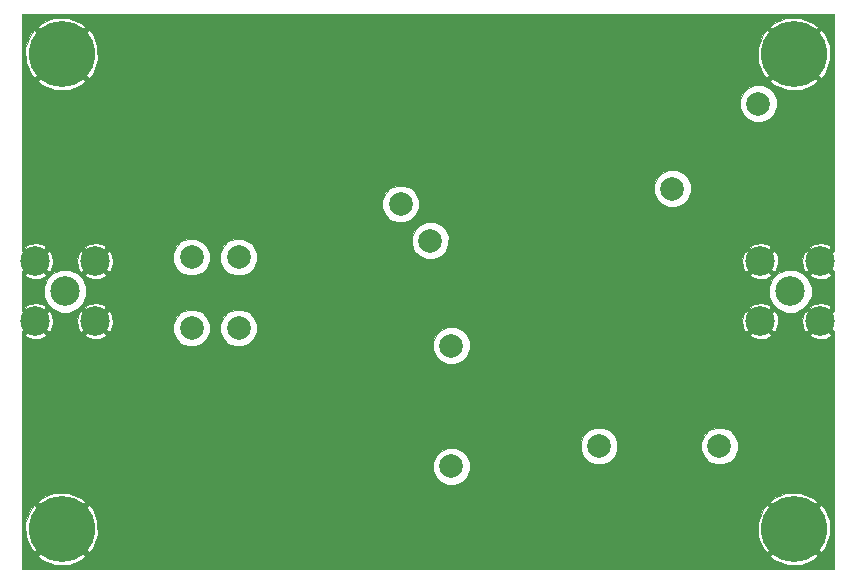
<source format=gtl>
G04 #@! TF.FileFunction,Copper,L1,Top,Plane*
%FSLAX46Y46*%
G04 Gerber Fmt 4.6, Leading zero omitted, Abs format (unit mm)*
G04 Created by KiCad (PCBNEW 4.0.7-e2-6376~61~ubuntu18.04.1) date Thu Feb 13 11:23:38 2020*
%MOMM*%
%LPD*%
G01*
G04 APERTURE LIST*
%ADD10C,0.100000*%
%ADD11C,2.000000*%
%ADD12C,2.500000*%
%ADD13C,5.600000*%
%ADD14C,1.500000*%
%ADD15C,1.000000*%
G04 APERTURE END LIST*
D10*
D11*
X97000000Y-115500000D03*
X97000000Y-125700000D03*
X79000000Y-108000000D03*
X75000000Y-108000000D03*
D12*
X61760000Y-113440000D03*
X61760000Y-108360000D03*
X66840000Y-108360000D03*
X66840000Y-113440000D03*
X64300000Y-110900000D03*
X123160000Y-113440000D03*
X123160000Y-108360000D03*
X128240000Y-108360000D03*
X128240000Y-113440000D03*
X125700000Y-110900000D03*
D11*
X79000000Y-114000000D03*
X75000000Y-114000000D03*
X95200000Y-106600000D03*
X92700000Y-103500000D03*
X109500000Y-124000000D03*
X119700000Y-124000000D03*
X115699999Y-102200000D03*
X123000001Y-94999999D03*
D13*
X64000000Y-131000000D03*
X126000000Y-131000000D03*
X126000000Y-90800000D03*
X64000000Y-90800000D03*
D14*
X72400000Y-89300000D03*
X117500000Y-89300000D03*
X112500000Y-89300000D03*
X107500000Y-89300000D03*
X102500000Y-89300000D03*
X97500000Y-89300000D03*
X92500000Y-89300000D03*
X87500000Y-89300000D03*
X82500000Y-89300000D03*
X77500000Y-89300000D03*
X72500000Y-132500000D03*
X117500000Y-132500000D03*
X112500000Y-132500000D03*
X107500000Y-132500000D03*
X102500000Y-132500000D03*
X97500000Y-132500000D03*
X92500000Y-132500000D03*
X87500000Y-132500000D03*
X82500000Y-132500000D03*
X77500000Y-132500000D03*
D15*
X107500000Y-89300000D02*
X112500000Y-89300000D01*
X97500000Y-89300000D02*
X102500000Y-89300000D01*
X87500000Y-89300000D02*
X92500000Y-89300000D01*
X77500000Y-89300000D02*
X82500000Y-89300000D01*
X107500000Y-132500000D02*
X112500000Y-132500000D01*
X97500000Y-132500000D02*
X102500000Y-132500000D01*
X87500000Y-132500000D02*
X92500000Y-132500000D01*
X77500000Y-132500000D02*
X82500000Y-132500000D01*
D10*
G36*
X129367000Y-107521499D02*
X128528500Y-108360000D01*
X129367000Y-109198501D01*
X129367000Y-112601499D01*
X128528500Y-113440000D01*
X129367000Y-114278501D01*
X129367000Y-134367000D01*
X60633000Y-134367000D01*
X60633000Y-133294149D01*
X61994350Y-133294149D01*
X62341109Y-133630333D01*
X63473969Y-134064940D01*
X64686913Y-134032939D01*
X65658891Y-133630333D01*
X66005650Y-133294149D01*
X123994350Y-133294149D01*
X124341109Y-133630333D01*
X125473969Y-134064940D01*
X126686913Y-134032939D01*
X127658891Y-133630333D01*
X128005650Y-133294149D01*
X126000000Y-131288500D01*
X123994350Y-133294149D01*
X66005650Y-133294149D01*
X64000000Y-131288500D01*
X61994350Y-133294149D01*
X60633000Y-133294149D01*
X60633000Y-130473969D01*
X60935060Y-130473969D01*
X60967061Y-131686913D01*
X61369667Y-132658891D01*
X61705851Y-133005650D01*
X63711500Y-131000000D01*
X64288500Y-131000000D01*
X66294149Y-133005650D01*
X66630333Y-132658891D01*
X67064940Y-131526031D01*
X67037184Y-130473969D01*
X122935060Y-130473969D01*
X122967061Y-131686913D01*
X123369667Y-132658891D01*
X123705851Y-133005650D01*
X125711500Y-131000000D01*
X126288500Y-131000000D01*
X128294149Y-133005650D01*
X128630333Y-132658891D01*
X129064940Y-131526031D01*
X129032939Y-130313087D01*
X128630333Y-129341109D01*
X128294149Y-128994350D01*
X126288500Y-131000000D01*
X125711500Y-131000000D01*
X123705851Y-128994350D01*
X123369667Y-129341109D01*
X122935060Y-130473969D01*
X67037184Y-130473969D01*
X67032939Y-130313087D01*
X66630333Y-129341109D01*
X66294149Y-128994350D01*
X64288500Y-131000000D01*
X63711500Y-131000000D01*
X61705851Y-128994350D01*
X61369667Y-129341109D01*
X60935060Y-130473969D01*
X60633000Y-130473969D01*
X60633000Y-128705851D01*
X61994350Y-128705851D01*
X64000000Y-130711500D01*
X66005650Y-128705851D01*
X123994350Y-128705851D01*
X126000000Y-130711500D01*
X128005650Y-128705851D01*
X127658891Y-128369667D01*
X126526031Y-127935060D01*
X125313087Y-127967061D01*
X124341109Y-128369667D01*
X123994350Y-128705851D01*
X66005650Y-128705851D01*
X65658891Y-128369667D01*
X64526031Y-127935060D01*
X63313087Y-127967061D01*
X62341109Y-128369667D01*
X61994350Y-128705851D01*
X60633000Y-128705851D01*
X60633000Y-126008546D01*
X95441730Y-126008546D01*
X95678422Y-126581383D01*
X96116312Y-127020038D01*
X96688735Y-127257729D01*
X97308546Y-127258270D01*
X97881383Y-127021578D01*
X98320038Y-126583688D01*
X98557729Y-126011265D01*
X98558270Y-125391454D01*
X98321578Y-124818617D01*
X97883688Y-124379962D01*
X97711700Y-124308546D01*
X107941730Y-124308546D01*
X108178422Y-124881383D01*
X108616312Y-125320038D01*
X109188735Y-125557729D01*
X109808546Y-125558270D01*
X110381383Y-125321578D01*
X110820038Y-124883688D01*
X111057729Y-124311265D01*
X111057731Y-124308546D01*
X118141730Y-124308546D01*
X118378422Y-124881383D01*
X118816312Y-125320038D01*
X119388735Y-125557729D01*
X120008546Y-125558270D01*
X120581383Y-125321578D01*
X121020038Y-124883688D01*
X121257729Y-124311265D01*
X121258270Y-123691454D01*
X121021578Y-123118617D01*
X120583688Y-122679962D01*
X120011265Y-122442271D01*
X119391454Y-122441730D01*
X118818617Y-122678422D01*
X118379962Y-123116312D01*
X118142271Y-123688735D01*
X118141730Y-124308546D01*
X111057731Y-124308546D01*
X111058270Y-123691454D01*
X110821578Y-123118617D01*
X110383688Y-122679962D01*
X109811265Y-122442271D01*
X109191454Y-122441730D01*
X108618617Y-122678422D01*
X108179962Y-123116312D01*
X107942271Y-123688735D01*
X107941730Y-124308546D01*
X97711700Y-124308546D01*
X97311265Y-124142271D01*
X96691454Y-124141730D01*
X96118617Y-124378422D01*
X95679962Y-124816312D01*
X95442271Y-125388735D01*
X95441730Y-126008546D01*
X60633000Y-126008546D01*
X60633000Y-115808546D01*
X95441730Y-115808546D01*
X95678422Y-116381383D01*
X96116312Y-116820038D01*
X96688735Y-117057729D01*
X97308546Y-117058270D01*
X97881383Y-116821578D01*
X98320038Y-116383688D01*
X98557729Y-115811265D01*
X98558270Y-115191454D01*
X98321578Y-114618617D01*
X98314390Y-114611416D01*
X122277083Y-114611416D01*
X122434122Y-114786151D01*
X123004526Y-114961463D01*
X123598599Y-114905146D01*
X123885878Y-114786151D01*
X124042917Y-114611416D01*
X127357083Y-114611416D01*
X127514122Y-114786151D01*
X128084526Y-114961463D01*
X128678599Y-114905146D01*
X128965878Y-114786151D01*
X129122917Y-114611416D01*
X128240000Y-113728500D01*
X127357083Y-114611416D01*
X124042917Y-114611416D01*
X123160000Y-113728500D01*
X122277083Y-114611416D01*
X98314390Y-114611416D01*
X97883688Y-114179962D01*
X97311265Y-113942271D01*
X96691454Y-113941730D01*
X96118617Y-114178422D01*
X95679962Y-114616312D01*
X95442271Y-115188735D01*
X95441730Y-115808546D01*
X60633000Y-115808546D01*
X60633000Y-114611416D01*
X60877083Y-114611416D01*
X61034122Y-114786151D01*
X61604526Y-114961463D01*
X62198599Y-114905146D01*
X62485878Y-114786151D01*
X62642917Y-114611416D01*
X65957083Y-114611416D01*
X66114122Y-114786151D01*
X66684526Y-114961463D01*
X67278599Y-114905146D01*
X67565878Y-114786151D01*
X67722917Y-114611416D01*
X66840000Y-113728500D01*
X65957083Y-114611416D01*
X62642917Y-114611416D01*
X61760000Y-113728500D01*
X60877083Y-114611416D01*
X60633000Y-114611416D01*
X60633000Y-114278501D01*
X61471500Y-113440000D01*
X62048500Y-113440000D01*
X62931416Y-114322917D01*
X63106151Y-114165878D01*
X63281463Y-113595474D01*
X63251986Y-113284526D01*
X65318537Y-113284526D01*
X65374854Y-113878599D01*
X65493849Y-114165878D01*
X65668584Y-114322917D01*
X66551500Y-113440000D01*
X67128500Y-113440000D01*
X68011416Y-114322917D01*
X68027406Y-114308546D01*
X73441730Y-114308546D01*
X73678422Y-114881383D01*
X74116312Y-115320038D01*
X74688735Y-115557729D01*
X75308546Y-115558270D01*
X75881383Y-115321578D01*
X76320038Y-114883688D01*
X76557729Y-114311265D01*
X76557731Y-114308546D01*
X77441730Y-114308546D01*
X77678422Y-114881383D01*
X78116312Y-115320038D01*
X78688735Y-115557729D01*
X79308546Y-115558270D01*
X79881383Y-115321578D01*
X80320038Y-114883688D01*
X80557729Y-114311265D01*
X80558270Y-113691454D01*
X80390131Y-113284526D01*
X121638537Y-113284526D01*
X121694854Y-113878599D01*
X121813849Y-114165878D01*
X121988584Y-114322917D01*
X122871500Y-113440000D01*
X123448500Y-113440000D01*
X124331416Y-114322917D01*
X124506151Y-114165878D01*
X124681463Y-113595474D01*
X124651986Y-113284526D01*
X126718537Y-113284526D01*
X126774854Y-113878599D01*
X126893849Y-114165878D01*
X127068584Y-114322917D01*
X127951500Y-113440000D01*
X127068584Y-112557083D01*
X126893849Y-112714122D01*
X126718537Y-113284526D01*
X124651986Y-113284526D01*
X124625146Y-113001401D01*
X124506151Y-112714122D01*
X124331416Y-112557083D01*
X123448500Y-113440000D01*
X122871500Y-113440000D01*
X121988584Y-112557083D01*
X121813849Y-112714122D01*
X121638537Y-113284526D01*
X80390131Y-113284526D01*
X80321578Y-113118617D01*
X79883688Y-112679962D01*
X79311265Y-112442271D01*
X78691454Y-112441730D01*
X78118617Y-112678422D01*
X77679962Y-113116312D01*
X77442271Y-113688735D01*
X77441730Y-114308546D01*
X76557731Y-114308546D01*
X76558270Y-113691454D01*
X76321578Y-113118617D01*
X75883688Y-112679962D01*
X75311265Y-112442271D01*
X74691454Y-112441730D01*
X74118617Y-112678422D01*
X73679962Y-113116312D01*
X73442271Y-113688735D01*
X73441730Y-114308546D01*
X68027406Y-114308546D01*
X68186151Y-114165878D01*
X68361463Y-113595474D01*
X68305146Y-113001401D01*
X68186151Y-112714122D01*
X68011416Y-112557083D01*
X67128500Y-113440000D01*
X66551500Y-113440000D01*
X65668584Y-112557083D01*
X65493849Y-112714122D01*
X65318537Y-113284526D01*
X63251986Y-113284526D01*
X63225146Y-113001401D01*
X63106151Y-112714122D01*
X62931416Y-112557083D01*
X62048500Y-113440000D01*
X61471500Y-113440000D01*
X60633000Y-112601499D01*
X60633000Y-112268584D01*
X60877083Y-112268584D01*
X61760000Y-113151500D01*
X62642917Y-112268584D01*
X62485878Y-112093849D01*
X61915474Y-111918537D01*
X61321401Y-111974854D01*
X61034122Y-112093849D01*
X60877083Y-112268584D01*
X60633000Y-112268584D01*
X60633000Y-111258056D01*
X62491687Y-111258056D01*
X62766358Y-111922812D01*
X63274513Y-112431854D01*
X63938789Y-112707686D01*
X64658056Y-112708313D01*
X65322812Y-112433642D01*
X65488158Y-112268584D01*
X65957083Y-112268584D01*
X66840000Y-113151500D01*
X67722917Y-112268584D01*
X122277083Y-112268584D01*
X123160000Y-113151500D01*
X124042917Y-112268584D01*
X123885878Y-112093849D01*
X123315474Y-111918537D01*
X122721401Y-111974854D01*
X122434122Y-112093849D01*
X122277083Y-112268584D01*
X67722917Y-112268584D01*
X67565878Y-112093849D01*
X66995474Y-111918537D01*
X66401401Y-111974854D01*
X66114122Y-112093849D01*
X65957083Y-112268584D01*
X65488158Y-112268584D01*
X65831854Y-111925487D01*
X66107686Y-111261211D01*
X66107688Y-111258056D01*
X123891687Y-111258056D01*
X124166358Y-111922812D01*
X124674513Y-112431854D01*
X125338789Y-112707686D01*
X126058056Y-112708313D01*
X126722812Y-112433642D01*
X126888158Y-112268584D01*
X127357083Y-112268584D01*
X128240000Y-113151500D01*
X129122917Y-112268584D01*
X128965878Y-112093849D01*
X128395474Y-111918537D01*
X127801401Y-111974854D01*
X127514122Y-112093849D01*
X127357083Y-112268584D01*
X126888158Y-112268584D01*
X127231854Y-111925487D01*
X127507686Y-111261211D01*
X127508313Y-110541944D01*
X127233642Y-109877188D01*
X126888473Y-109531416D01*
X127357083Y-109531416D01*
X127514122Y-109706151D01*
X128084526Y-109881463D01*
X128678599Y-109825146D01*
X128965878Y-109706151D01*
X129122917Y-109531416D01*
X128240000Y-108648500D01*
X127357083Y-109531416D01*
X126888473Y-109531416D01*
X126725487Y-109368146D01*
X126061211Y-109092314D01*
X125341944Y-109091687D01*
X124677188Y-109366358D01*
X124168146Y-109874513D01*
X123892314Y-110538789D01*
X123891687Y-111258056D01*
X66107688Y-111258056D01*
X66108313Y-110541944D01*
X65833642Y-109877188D01*
X65488473Y-109531416D01*
X65957083Y-109531416D01*
X66114122Y-109706151D01*
X66684526Y-109881463D01*
X67278599Y-109825146D01*
X67565878Y-109706151D01*
X67722917Y-109531416D01*
X66840000Y-108648500D01*
X65957083Y-109531416D01*
X65488473Y-109531416D01*
X65325487Y-109368146D01*
X64661211Y-109092314D01*
X63941944Y-109091687D01*
X63277188Y-109366358D01*
X62768146Y-109874513D01*
X62492314Y-110538789D01*
X62491687Y-111258056D01*
X60633000Y-111258056D01*
X60633000Y-109531416D01*
X60877083Y-109531416D01*
X61034122Y-109706151D01*
X61604526Y-109881463D01*
X62198599Y-109825146D01*
X62485878Y-109706151D01*
X62642917Y-109531416D01*
X61760000Y-108648500D01*
X60877083Y-109531416D01*
X60633000Y-109531416D01*
X60633000Y-109198501D01*
X61471500Y-108360000D01*
X62048500Y-108360000D01*
X62931416Y-109242917D01*
X63106151Y-109085878D01*
X63281463Y-108515474D01*
X63251986Y-108204526D01*
X65318537Y-108204526D01*
X65374854Y-108798599D01*
X65493849Y-109085878D01*
X65668584Y-109242917D01*
X66551500Y-108360000D01*
X67128500Y-108360000D01*
X68011416Y-109242917D01*
X68186151Y-109085878D01*
X68361463Y-108515474D01*
X68341847Y-108308546D01*
X73441730Y-108308546D01*
X73678422Y-108881383D01*
X74116312Y-109320038D01*
X74688735Y-109557729D01*
X75308546Y-109558270D01*
X75881383Y-109321578D01*
X76320038Y-108883688D01*
X76557729Y-108311265D01*
X76557731Y-108308546D01*
X77441730Y-108308546D01*
X77678422Y-108881383D01*
X78116312Y-109320038D01*
X78688735Y-109557729D01*
X79308546Y-109558270D01*
X79373537Y-109531416D01*
X122277083Y-109531416D01*
X122434122Y-109706151D01*
X123004526Y-109881463D01*
X123598599Y-109825146D01*
X123885878Y-109706151D01*
X124042917Y-109531416D01*
X123160000Y-108648500D01*
X122277083Y-109531416D01*
X79373537Y-109531416D01*
X79881383Y-109321578D01*
X80320038Y-108883688D01*
X80557729Y-108311265D01*
X80557822Y-108204526D01*
X121638537Y-108204526D01*
X121694854Y-108798599D01*
X121813849Y-109085878D01*
X121988584Y-109242917D01*
X122871500Y-108360000D01*
X123448500Y-108360000D01*
X124331416Y-109242917D01*
X124506151Y-109085878D01*
X124681463Y-108515474D01*
X124651986Y-108204526D01*
X126718537Y-108204526D01*
X126774854Y-108798599D01*
X126893849Y-109085878D01*
X127068584Y-109242917D01*
X127951500Y-108360000D01*
X127068584Y-107477083D01*
X126893849Y-107634122D01*
X126718537Y-108204526D01*
X124651986Y-108204526D01*
X124625146Y-107921401D01*
X124506151Y-107634122D01*
X124331416Y-107477083D01*
X123448500Y-108360000D01*
X122871500Y-108360000D01*
X121988584Y-107477083D01*
X121813849Y-107634122D01*
X121638537Y-108204526D01*
X80557822Y-108204526D01*
X80558270Y-107691454D01*
X80321578Y-107118617D01*
X80111874Y-106908546D01*
X93641730Y-106908546D01*
X93878422Y-107481383D01*
X94316312Y-107920038D01*
X94888735Y-108157729D01*
X95508546Y-108158270D01*
X96081383Y-107921578D01*
X96520038Y-107483688D01*
X96642575Y-107188584D01*
X122277083Y-107188584D01*
X123160000Y-108071500D01*
X124042917Y-107188584D01*
X127357083Y-107188584D01*
X128240000Y-108071500D01*
X129122917Y-107188584D01*
X128965878Y-107013849D01*
X128395474Y-106838537D01*
X127801401Y-106894854D01*
X127514122Y-107013849D01*
X127357083Y-107188584D01*
X124042917Y-107188584D01*
X123885878Y-107013849D01*
X123315474Y-106838537D01*
X122721401Y-106894854D01*
X122434122Y-107013849D01*
X122277083Y-107188584D01*
X96642575Y-107188584D01*
X96757729Y-106911265D01*
X96758270Y-106291454D01*
X96521578Y-105718617D01*
X96083688Y-105279962D01*
X95511265Y-105042271D01*
X94891454Y-105041730D01*
X94318617Y-105278422D01*
X93879962Y-105716312D01*
X93642271Y-106288735D01*
X93641730Y-106908546D01*
X80111874Y-106908546D01*
X79883688Y-106679962D01*
X79311265Y-106442271D01*
X78691454Y-106441730D01*
X78118617Y-106678422D01*
X77679962Y-107116312D01*
X77442271Y-107688735D01*
X77441730Y-108308546D01*
X76557731Y-108308546D01*
X76558270Y-107691454D01*
X76321578Y-107118617D01*
X75883688Y-106679962D01*
X75311265Y-106442271D01*
X74691454Y-106441730D01*
X74118617Y-106678422D01*
X73679962Y-107116312D01*
X73442271Y-107688735D01*
X73441730Y-108308546D01*
X68341847Y-108308546D01*
X68305146Y-107921401D01*
X68186151Y-107634122D01*
X68011416Y-107477083D01*
X67128500Y-108360000D01*
X66551500Y-108360000D01*
X65668584Y-107477083D01*
X65493849Y-107634122D01*
X65318537Y-108204526D01*
X63251986Y-108204526D01*
X63225146Y-107921401D01*
X63106151Y-107634122D01*
X62931416Y-107477083D01*
X62048500Y-108360000D01*
X61471500Y-108360000D01*
X60633000Y-107521499D01*
X60633000Y-107188584D01*
X60877083Y-107188584D01*
X61760000Y-108071500D01*
X62642917Y-107188584D01*
X65957083Y-107188584D01*
X66840000Y-108071500D01*
X67722917Y-107188584D01*
X67565878Y-107013849D01*
X66995474Y-106838537D01*
X66401401Y-106894854D01*
X66114122Y-107013849D01*
X65957083Y-107188584D01*
X62642917Y-107188584D01*
X62485878Y-107013849D01*
X61915474Y-106838537D01*
X61321401Y-106894854D01*
X61034122Y-107013849D01*
X60877083Y-107188584D01*
X60633000Y-107188584D01*
X60633000Y-103808546D01*
X91141730Y-103808546D01*
X91378422Y-104381383D01*
X91816312Y-104820038D01*
X92388735Y-105057729D01*
X93008546Y-105058270D01*
X93581383Y-104821578D01*
X94020038Y-104383688D01*
X94257729Y-103811265D01*
X94258270Y-103191454D01*
X94021578Y-102618617D01*
X93911699Y-102508546D01*
X114141729Y-102508546D01*
X114378421Y-103081383D01*
X114816311Y-103520038D01*
X115388734Y-103757729D01*
X116008545Y-103758270D01*
X116581382Y-103521578D01*
X117020037Y-103083688D01*
X117257728Y-102511265D01*
X117258269Y-101891454D01*
X117021577Y-101318617D01*
X116583687Y-100879962D01*
X116011264Y-100642271D01*
X115391453Y-100641730D01*
X114818616Y-100878422D01*
X114379961Y-101316312D01*
X114142270Y-101888735D01*
X114141729Y-102508546D01*
X93911699Y-102508546D01*
X93583688Y-102179962D01*
X93011265Y-101942271D01*
X92391454Y-101941730D01*
X91818617Y-102178422D01*
X91379962Y-102616312D01*
X91142271Y-103188735D01*
X91141730Y-103808546D01*
X60633000Y-103808546D01*
X60633000Y-95308545D01*
X121441731Y-95308545D01*
X121678423Y-95881382D01*
X122116313Y-96320037D01*
X122688736Y-96557728D01*
X123308547Y-96558269D01*
X123881384Y-96321577D01*
X124320039Y-95883687D01*
X124557730Y-95311264D01*
X124558271Y-94691453D01*
X124321579Y-94118616D01*
X123883689Y-93679961D01*
X123311266Y-93442270D01*
X122691455Y-93441729D01*
X122118618Y-93678421D01*
X121679963Y-94116311D01*
X121442272Y-94688734D01*
X121441731Y-95308545D01*
X60633000Y-95308545D01*
X60633000Y-93094149D01*
X61994350Y-93094149D01*
X62341109Y-93430333D01*
X63473969Y-93864940D01*
X64686913Y-93832939D01*
X65658891Y-93430333D01*
X66005650Y-93094149D01*
X123994350Y-93094149D01*
X124341109Y-93430333D01*
X125473969Y-93864940D01*
X126686913Y-93832939D01*
X127658891Y-93430333D01*
X128005650Y-93094149D01*
X126000000Y-91088500D01*
X123994350Y-93094149D01*
X66005650Y-93094149D01*
X64000000Y-91088500D01*
X61994350Y-93094149D01*
X60633000Y-93094149D01*
X60633000Y-90273969D01*
X60935060Y-90273969D01*
X60967061Y-91486913D01*
X61369667Y-92458891D01*
X61705851Y-92805650D01*
X63711500Y-90800000D01*
X64288500Y-90800000D01*
X66294149Y-92805650D01*
X66630333Y-92458891D01*
X67064940Y-91326031D01*
X67037184Y-90273969D01*
X122935060Y-90273969D01*
X122967061Y-91486913D01*
X123369667Y-92458891D01*
X123705851Y-92805650D01*
X125711500Y-90800000D01*
X126288500Y-90800000D01*
X128294149Y-92805650D01*
X128630333Y-92458891D01*
X129064940Y-91326031D01*
X129032939Y-90113087D01*
X128630333Y-89141109D01*
X128294149Y-88794350D01*
X126288500Y-90800000D01*
X125711500Y-90800000D01*
X123705851Y-88794350D01*
X123369667Y-89141109D01*
X122935060Y-90273969D01*
X67037184Y-90273969D01*
X67032939Y-90113087D01*
X66630333Y-89141109D01*
X66294149Y-88794350D01*
X64288500Y-90800000D01*
X63711500Y-90800000D01*
X61705851Y-88794350D01*
X61369667Y-89141109D01*
X60935060Y-90273969D01*
X60633000Y-90273969D01*
X60633000Y-88505851D01*
X61994350Y-88505851D01*
X64000000Y-90511500D01*
X66005650Y-88505851D01*
X123994350Y-88505851D01*
X126000000Y-90511500D01*
X128005650Y-88505851D01*
X127658891Y-88169667D01*
X126526031Y-87735060D01*
X125313087Y-87767061D01*
X124341109Y-88169667D01*
X123994350Y-88505851D01*
X66005650Y-88505851D01*
X65658891Y-88169667D01*
X64526031Y-87735060D01*
X63313087Y-87767061D01*
X62341109Y-88169667D01*
X61994350Y-88505851D01*
X60633000Y-88505851D01*
X60633000Y-87433000D01*
X129367000Y-87433000D01*
X129367000Y-107521499D01*
X129367000Y-107521499D01*
G37*
X129367000Y-107521499D02*
X128528500Y-108360000D01*
X129367000Y-109198501D01*
X129367000Y-112601499D01*
X128528500Y-113440000D01*
X129367000Y-114278501D01*
X129367000Y-134367000D01*
X60633000Y-134367000D01*
X60633000Y-133294149D01*
X61994350Y-133294149D01*
X62341109Y-133630333D01*
X63473969Y-134064940D01*
X64686913Y-134032939D01*
X65658891Y-133630333D01*
X66005650Y-133294149D01*
X123994350Y-133294149D01*
X124341109Y-133630333D01*
X125473969Y-134064940D01*
X126686913Y-134032939D01*
X127658891Y-133630333D01*
X128005650Y-133294149D01*
X126000000Y-131288500D01*
X123994350Y-133294149D01*
X66005650Y-133294149D01*
X64000000Y-131288500D01*
X61994350Y-133294149D01*
X60633000Y-133294149D01*
X60633000Y-130473969D01*
X60935060Y-130473969D01*
X60967061Y-131686913D01*
X61369667Y-132658891D01*
X61705851Y-133005650D01*
X63711500Y-131000000D01*
X64288500Y-131000000D01*
X66294149Y-133005650D01*
X66630333Y-132658891D01*
X67064940Y-131526031D01*
X67037184Y-130473969D01*
X122935060Y-130473969D01*
X122967061Y-131686913D01*
X123369667Y-132658891D01*
X123705851Y-133005650D01*
X125711500Y-131000000D01*
X126288500Y-131000000D01*
X128294149Y-133005650D01*
X128630333Y-132658891D01*
X129064940Y-131526031D01*
X129032939Y-130313087D01*
X128630333Y-129341109D01*
X128294149Y-128994350D01*
X126288500Y-131000000D01*
X125711500Y-131000000D01*
X123705851Y-128994350D01*
X123369667Y-129341109D01*
X122935060Y-130473969D01*
X67037184Y-130473969D01*
X67032939Y-130313087D01*
X66630333Y-129341109D01*
X66294149Y-128994350D01*
X64288500Y-131000000D01*
X63711500Y-131000000D01*
X61705851Y-128994350D01*
X61369667Y-129341109D01*
X60935060Y-130473969D01*
X60633000Y-130473969D01*
X60633000Y-128705851D01*
X61994350Y-128705851D01*
X64000000Y-130711500D01*
X66005650Y-128705851D01*
X123994350Y-128705851D01*
X126000000Y-130711500D01*
X128005650Y-128705851D01*
X127658891Y-128369667D01*
X126526031Y-127935060D01*
X125313087Y-127967061D01*
X124341109Y-128369667D01*
X123994350Y-128705851D01*
X66005650Y-128705851D01*
X65658891Y-128369667D01*
X64526031Y-127935060D01*
X63313087Y-127967061D01*
X62341109Y-128369667D01*
X61994350Y-128705851D01*
X60633000Y-128705851D01*
X60633000Y-126008546D01*
X95441730Y-126008546D01*
X95678422Y-126581383D01*
X96116312Y-127020038D01*
X96688735Y-127257729D01*
X97308546Y-127258270D01*
X97881383Y-127021578D01*
X98320038Y-126583688D01*
X98557729Y-126011265D01*
X98558270Y-125391454D01*
X98321578Y-124818617D01*
X97883688Y-124379962D01*
X97711700Y-124308546D01*
X107941730Y-124308546D01*
X108178422Y-124881383D01*
X108616312Y-125320038D01*
X109188735Y-125557729D01*
X109808546Y-125558270D01*
X110381383Y-125321578D01*
X110820038Y-124883688D01*
X111057729Y-124311265D01*
X111057731Y-124308546D01*
X118141730Y-124308546D01*
X118378422Y-124881383D01*
X118816312Y-125320038D01*
X119388735Y-125557729D01*
X120008546Y-125558270D01*
X120581383Y-125321578D01*
X121020038Y-124883688D01*
X121257729Y-124311265D01*
X121258270Y-123691454D01*
X121021578Y-123118617D01*
X120583688Y-122679962D01*
X120011265Y-122442271D01*
X119391454Y-122441730D01*
X118818617Y-122678422D01*
X118379962Y-123116312D01*
X118142271Y-123688735D01*
X118141730Y-124308546D01*
X111057731Y-124308546D01*
X111058270Y-123691454D01*
X110821578Y-123118617D01*
X110383688Y-122679962D01*
X109811265Y-122442271D01*
X109191454Y-122441730D01*
X108618617Y-122678422D01*
X108179962Y-123116312D01*
X107942271Y-123688735D01*
X107941730Y-124308546D01*
X97711700Y-124308546D01*
X97311265Y-124142271D01*
X96691454Y-124141730D01*
X96118617Y-124378422D01*
X95679962Y-124816312D01*
X95442271Y-125388735D01*
X95441730Y-126008546D01*
X60633000Y-126008546D01*
X60633000Y-115808546D01*
X95441730Y-115808546D01*
X95678422Y-116381383D01*
X96116312Y-116820038D01*
X96688735Y-117057729D01*
X97308546Y-117058270D01*
X97881383Y-116821578D01*
X98320038Y-116383688D01*
X98557729Y-115811265D01*
X98558270Y-115191454D01*
X98321578Y-114618617D01*
X98314390Y-114611416D01*
X122277083Y-114611416D01*
X122434122Y-114786151D01*
X123004526Y-114961463D01*
X123598599Y-114905146D01*
X123885878Y-114786151D01*
X124042917Y-114611416D01*
X127357083Y-114611416D01*
X127514122Y-114786151D01*
X128084526Y-114961463D01*
X128678599Y-114905146D01*
X128965878Y-114786151D01*
X129122917Y-114611416D01*
X128240000Y-113728500D01*
X127357083Y-114611416D01*
X124042917Y-114611416D01*
X123160000Y-113728500D01*
X122277083Y-114611416D01*
X98314390Y-114611416D01*
X97883688Y-114179962D01*
X97311265Y-113942271D01*
X96691454Y-113941730D01*
X96118617Y-114178422D01*
X95679962Y-114616312D01*
X95442271Y-115188735D01*
X95441730Y-115808546D01*
X60633000Y-115808546D01*
X60633000Y-114611416D01*
X60877083Y-114611416D01*
X61034122Y-114786151D01*
X61604526Y-114961463D01*
X62198599Y-114905146D01*
X62485878Y-114786151D01*
X62642917Y-114611416D01*
X65957083Y-114611416D01*
X66114122Y-114786151D01*
X66684526Y-114961463D01*
X67278599Y-114905146D01*
X67565878Y-114786151D01*
X67722917Y-114611416D01*
X66840000Y-113728500D01*
X65957083Y-114611416D01*
X62642917Y-114611416D01*
X61760000Y-113728500D01*
X60877083Y-114611416D01*
X60633000Y-114611416D01*
X60633000Y-114278501D01*
X61471500Y-113440000D01*
X62048500Y-113440000D01*
X62931416Y-114322917D01*
X63106151Y-114165878D01*
X63281463Y-113595474D01*
X63251986Y-113284526D01*
X65318537Y-113284526D01*
X65374854Y-113878599D01*
X65493849Y-114165878D01*
X65668584Y-114322917D01*
X66551500Y-113440000D01*
X67128500Y-113440000D01*
X68011416Y-114322917D01*
X68027406Y-114308546D01*
X73441730Y-114308546D01*
X73678422Y-114881383D01*
X74116312Y-115320038D01*
X74688735Y-115557729D01*
X75308546Y-115558270D01*
X75881383Y-115321578D01*
X76320038Y-114883688D01*
X76557729Y-114311265D01*
X76557731Y-114308546D01*
X77441730Y-114308546D01*
X77678422Y-114881383D01*
X78116312Y-115320038D01*
X78688735Y-115557729D01*
X79308546Y-115558270D01*
X79881383Y-115321578D01*
X80320038Y-114883688D01*
X80557729Y-114311265D01*
X80558270Y-113691454D01*
X80390131Y-113284526D01*
X121638537Y-113284526D01*
X121694854Y-113878599D01*
X121813849Y-114165878D01*
X121988584Y-114322917D01*
X122871500Y-113440000D01*
X123448500Y-113440000D01*
X124331416Y-114322917D01*
X124506151Y-114165878D01*
X124681463Y-113595474D01*
X124651986Y-113284526D01*
X126718537Y-113284526D01*
X126774854Y-113878599D01*
X126893849Y-114165878D01*
X127068584Y-114322917D01*
X127951500Y-113440000D01*
X127068584Y-112557083D01*
X126893849Y-112714122D01*
X126718537Y-113284526D01*
X124651986Y-113284526D01*
X124625146Y-113001401D01*
X124506151Y-112714122D01*
X124331416Y-112557083D01*
X123448500Y-113440000D01*
X122871500Y-113440000D01*
X121988584Y-112557083D01*
X121813849Y-112714122D01*
X121638537Y-113284526D01*
X80390131Y-113284526D01*
X80321578Y-113118617D01*
X79883688Y-112679962D01*
X79311265Y-112442271D01*
X78691454Y-112441730D01*
X78118617Y-112678422D01*
X77679962Y-113116312D01*
X77442271Y-113688735D01*
X77441730Y-114308546D01*
X76557731Y-114308546D01*
X76558270Y-113691454D01*
X76321578Y-113118617D01*
X75883688Y-112679962D01*
X75311265Y-112442271D01*
X74691454Y-112441730D01*
X74118617Y-112678422D01*
X73679962Y-113116312D01*
X73442271Y-113688735D01*
X73441730Y-114308546D01*
X68027406Y-114308546D01*
X68186151Y-114165878D01*
X68361463Y-113595474D01*
X68305146Y-113001401D01*
X68186151Y-112714122D01*
X68011416Y-112557083D01*
X67128500Y-113440000D01*
X66551500Y-113440000D01*
X65668584Y-112557083D01*
X65493849Y-112714122D01*
X65318537Y-113284526D01*
X63251986Y-113284526D01*
X63225146Y-113001401D01*
X63106151Y-112714122D01*
X62931416Y-112557083D01*
X62048500Y-113440000D01*
X61471500Y-113440000D01*
X60633000Y-112601499D01*
X60633000Y-112268584D01*
X60877083Y-112268584D01*
X61760000Y-113151500D01*
X62642917Y-112268584D01*
X62485878Y-112093849D01*
X61915474Y-111918537D01*
X61321401Y-111974854D01*
X61034122Y-112093849D01*
X60877083Y-112268584D01*
X60633000Y-112268584D01*
X60633000Y-111258056D01*
X62491687Y-111258056D01*
X62766358Y-111922812D01*
X63274513Y-112431854D01*
X63938789Y-112707686D01*
X64658056Y-112708313D01*
X65322812Y-112433642D01*
X65488158Y-112268584D01*
X65957083Y-112268584D01*
X66840000Y-113151500D01*
X67722917Y-112268584D01*
X122277083Y-112268584D01*
X123160000Y-113151500D01*
X124042917Y-112268584D01*
X123885878Y-112093849D01*
X123315474Y-111918537D01*
X122721401Y-111974854D01*
X122434122Y-112093849D01*
X122277083Y-112268584D01*
X67722917Y-112268584D01*
X67565878Y-112093849D01*
X66995474Y-111918537D01*
X66401401Y-111974854D01*
X66114122Y-112093849D01*
X65957083Y-112268584D01*
X65488158Y-112268584D01*
X65831854Y-111925487D01*
X66107686Y-111261211D01*
X66107688Y-111258056D01*
X123891687Y-111258056D01*
X124166358Y-111922812D01*
X124674513Y-112431854D01*
X125338789Y-112707686D01*
X126058056Y-112708313D01*
X126722812Y-112433642D01*
X126888158Y-112268584D01*
X127357083Y-112268584D01*
X128240000Y-113151500D01*
X129122917Y-112268584D01*
X128965878Y-112093849D01*
X128395474Y-111918537D01*
X127801401Y-111974854D01*
X127514122Y-112093849D01*
X127357083Y-112268584D01*
X126888158Y-112268584D01*
X127231854Y-111925487D01*
X127507686Y-111261211D01*
X127508313Y-110541944D01*
X127233642Y-109877188D01*
X126888473Y-109531416D01*
X127357083Y-109531416D01*
X127514122Y-109706151D01*
X128084526Y-109881463D01*
X128678599Y-109825146D01*
X128965878Y-109706151D01*
X129122917Y-109531416D01*
X128240000Y-108648500D01*
X127357083Y-109531416D01*
X126888473Y-109531416D01*
X126725487Y-109368146D01*
X126061211Y-109092314D01*
X125341944Y-109091687D01*
X124677188Y-109366358D01*
X124168146Y-109874513D01*
X123892314Y-110538789D01*
X123891687Y-111258056D01*
X66107688Y-111258056D01*
X66108313Y-110541944D01*
X65833642Y-109877188D01*
X65488473Y-109531416D01*
X65957083Y-109531416D01*
X66114122Y-109706151D01*
X66684526Y-109881463D01*
X67278599Y-109825146D01*
X67565878Y-109706151D01*
X67722917Y-109531416D01*
X66840000Y-108648500D01*
X65957083Y-109531416D01*
X65488473Y-109531416D01*
X65325487Y-109368146D01*
X64661211Y-109092314D01*
X63941944Y-109091687D01*
X63277188Y-109366358D01*
X62768146Y-109874513D01*
X62492314Y-110538789D01*
X62491687Y-111258056D01*
X60633000Y-111258056D01*
X60633000Y-109531416D01*
X60877083Y-109531416D01*
X61034122Y-109706151D01*
X61604526Y-109881463D01*
X62198599Y-109825146D01*
X62485878Y-109706151D01*
X62642917Y-109531416D01*
X61760000Y-108648500D01*
X60877083Y-109531416D01*
X60633000Y-109531416D01*
X60633000Y-109198501D01*
X61471500Y-108360000D01*
X62048500Y-108360000D01*
X62931416Y-109242917D01*
X63106151Y-109085878D01*
X63281463Y-108515474D01*
X63251986Y-108204526D01*
X65318537Y-108204526D01*
X65374854Y-108798599D01*
X65493849Y-109085878D01*
X65668584Y-109242917D01*
X66551500Y-108360000D01*
X67128500Y-108360000D01*
X68011416Y-109242917D01*
X68186151Y-109085878D01*
X68361463Y-108515474D01*
X68341847Y-108308546D01*
X73441730Y-108308546D01*
X73678422Y-108881383D01*
X74116312Y-109320038D01*
X74688735Y-109557729D01*
X75308546Y-109558270D01*
X75881383Y-109321578D01*
X76320038Y-108883688D01*
X76557729Y-108311265D01*
X76557731Y-108308546D01*
X77441730Y-108308546D01*
X77678422Y-108881383D01*
X78116312Y-109320038D01*
X78688735Y-109557729D01*
X79308546Y-109558270D01*
X79373537Y-109531416D01*
X122277083Y-109531416D01*
X122434122Y-109706151D01*
X123004526Y-109881463D01*
X123598599Y-109825146D01*
X123885878Y-109706151D01*
X124042917Y-109531416D01*
X123160000Y-108648500D01*
X122277083Y-109531416D01*
X79373537Y-109531416D01*
X79881383Y-109321578D01*
X80320038Y-108883688D01*
X80557729Y-108311265D01*
X80557822Y-108204526D01*
X121638537Y-108204526D01*
X121694854Y-108798599D01*
X121813849Y-109085878D01*
X121988584Y-109242917D01*
X122871500Y-108360000D01*
X123448500Y-108360000D01*
X124331416Y-109242917D01*
X124506151Y-109085878D01*
X124681463Y-108515474D01*
X124651986Y-108204526D01*
X126718537Y-108204526D01*
X126774854Y-108798599D01*
X126893849Y-109085878D01*
X127068584Y-109242917D01*
X127951500Y-108360000D01*
X127068584Y-107477083D01*
X126893849Y-107634122D01*
X126718537Y-108204526D01*
X124651986Y-108204526D01*
X124625146Y-107921401D01*
X124506151Y-107634122D01*
X124331416Y-107477083D01*
X123448500Y-108360000D01*
X122871500Y-108360000D01*
X121988584Y-107477083D01*
X121813849Y-107634122D01*
X121638537Y-108204526D01*
X80557822Y-108204526D01*
X80558270Y-107691454D01*
X80321578Y-107118617D01*
X80111874Y-106908546D01*
X93641730Y-106908546D01*
X93878422Y-107481383D01*
X94316312Y-107920038D01*
X94888735Y-108157729D01*
X95508546Y-108158270D01*
X96081383Y-107921578D01*
X96520038Y-107483688D01*
X96642575Y-107188584D01*
X122277083Y-107188584D01*
X123160000Y-108071500D01*
X124042917Y-107188584D01*
X127357083Y-107188584D01*
X128240000Y-108071500D01*
X129122917Y-107188584D01*
X128965878Y-107013849D01*
X128395474Y-106838537D01*
X127801401Y-106894854D01*
X127514122Y-107013849D01*
X127357083Y-107188584D01*
X124042917Y-107188584D01*
X123885878Y-107013849D01*
X123315474Y-106838537D01*
X122721401Y-106894854D01*
X122434122Y-107013849D01*
X122277083Y-107188584D01*
X96642575Y-107188584D01*
X96757729Y-106911265D01*
X96758270Y-106291454D01*
X96521578Y-105718617D01*
X96083688Y-105279962D01*
X95511265Y-105042271D01*
X94891454Y-105041730D01*
X94318617Y-105278422D01*
X93879962Y-105716312D01*
X93642271Y-106288735D01*
X93641730Y-106908546D01*
X80111874Y-106908546D01*
X79883688Y-106679962D01*
X79311265Y-106442271D01*
X78691454Y-106441730D01*
X78118617Y-106678422D01*
X77679962Y-107116312D01*
X77442271Y-107688735D01*
X77441730Y-108308546D01*
X76557731Y-108308546D01*
X76558270Y-107691454D01*
X76321578Y-107118617D01*
X75883688Y-106679962D01*
X75311265Y-106442271D01*
X74691454Y-106441730D01*
X74118617Y-106678422D01*
X73679962Y-107116312D01*
X73442271Y-107688735D01*
X73441730Y-108308546D01*
X68341847Y-108308546D01*
X68305146Y-107921401D01*
X68186151Y-107634122D01*
X68011416Y-107477083D01*
X67128500Y-108360000D01*
X66551500Y-108360000D01*
X65668584Y-107477083D01*
X65493849Y-107634122D01*
X65318537Y-108204526D01*
X63251986Y-108204526D01*
X63225146Y-107921401D01*
X63106151Y-107634122D01*
X62931416Y-107477083D01*
X62048500Y-108360000D01*
X61471500Y-108360000D01*
X60633000Y-107521499D01*
X60633000Y-107188584D01*
X60877083Y-107188584D01*
X61760000Y-108071500D01*
X62642917Y-107188584D01*
X65957083Y-107188584D01*
X66840000Y-108071500D01*
X67722917Y-107188584D01*
X67565878Y-107013849D01*
X66995474Y-106838537D01*
X66401401Y-106894854D01*
X66114122Y-107013849D01*
X65957083Y-107188584D01*
X62642917Y-107188584D01*
X62485878Y-107013849D01*
X61915474Y-106838537D01*
X61321401Y-106894854D01*
X61034122Y-107013849D01*
X60877083Y-107188584D01*
X60633000Y-107188584D01*
X60633000Y-103808546D01*
X91141730Y-103808546D01*
X91378422Y-104381383D01*
X91816312Y-104820038D01*
X92388735Y-105057729D01*
X93008546Y-105058270D01*
X93581383Y-104821578D01*
X94020038Y-104383688D01*
X94257729Y-103811265D01*
X94258270Y-103191454D01*
X94021578Y-102618617D01*
X93911699Y-102508546D01*
X114141729Y-102508546D01*
X114378421Y-103081383D01*
X114816311Y-103520038D01*
X115388734Y-103757729D01*
X116008545Y-103758270D01*
X116581382Y-103521578D01*
X117020037Y-103083688D01*
X117257728Y-102511265D01*
X117258269Y-101891454D01*
X117021577Y-101318617D01*
X116583687Y-100879962D01*
X116011264Y-100642271D01*
X115391453Y-100641730D01*
X114818616Y-100878422D01*
X114379961Y-101316312D01*
X114142270Y-101888735D01*
X114141729Y-102508546D01*
X93911699Y-102508546D01*
X93583688Y-102179962D01*
X93011265Y-101942271D01*
X92391454Y-101941730D01*
X91818617Y-102178422D01*
X91379962Y-102616312D01*
X91142271Y-103188735D01*
X91141730Y-103808546D01*
X60633000Y-103808546D01*
X60633000Y-95308545D01*
X121441731Y-95308545D01*
X121678423Y-95881382D01*
X122116313Y-96320037D01*
X122688736Y-96557728D01*
X123308547Y-96558269D01*
X123881384Y-96321577D01*
X124320039Y-95883687D01*
X124557730Y-95311264D01*
X124558271Y-94691453D01*
X124321579Y-94118616D01*
X123883689Y-93679961D01*
X123311266Y-93442270D01*
X122691455Y-93441729D01*
X122118618Y-93678421D01*
X121679963Y-94116311D01*
X121442272Y-94688734D01*
X121441731Y-95308545D01*
X60633000Y-95308545D01*
X60633000Y-93094149D01*
X61994350Y-93094149D01*
X62341109Y-93430333D01*
X63473969Y-93864940D01*
X64686913Y-93832939D01*
X65658891Y-93430333D01*
X66005650Y-93094149D01*
X123994350Y-93094149D01*
X124341109Y-93430333D01*
X125473969Y-93864940D01*
X126686913Y-93832939D01*
X127658891Y-93430333D01*
X128005650Y-93094149D01*
X126000000Y-91088500D01*
X123994350Y-93094149D01*
X66005650Y-93094149D01*
X64000000Y-91088500D01*
X61994350Y-93094149D01*
X60633000Y-93094149D01*
X60633000Y-90273969D01*
X60935060Y-90273969D01*
X60967061Y-91486913D01*
X61369667Y-92458891D01*
X61705851Y-92805650D01*
X63711500Y-90800000D01*
X64288500Y-90800000D01*
X66294149Y-92805650D01*
X66630333Y-92458891D01*
X67064940Y-91326031D01*
X67037184Y-90273969D01*
X122935060Y-90273969D01*
X122967061Y-91486913D01*
X123369667Y-92458891D01*
X123705851Y-92805650D01*
X125711500Y-90800000D01*
X126288500Y-90800000D01*
X128294149Y-92805650D01*
X128630333Y-92458891D01*
X129064940Y-91326031D01*
X129032939Y-90113087D01*
X128630333Y-89141109D01*
X128294149Y-88794350D01*
X126288500Y-90800000D01*
X125711500Y-90800000D01*
X123705851Y-88794350D01*
X123369667Y-89141109D01*
X122935060Y-90273969D01*
X67037184Y-90273969D01*
X67032939Y-90113087D01*
X66630333Y-89141109D01*
X66294149Y-88794350D01*
X64288500Y-90800000D01*
X63711500Y-90800000D01*
X61705851Y-88794350D01*
X61369667Y-89141109D01*
X60935060Y-90273969D01*
X60633000Y-90273969D01*
X60633000Y-88505851D01*
X61994350Y-88505851D01*
X64000000Y-90511500D01*
X66005650Y-88505851D01*
X123994350Y-88505851D01*
X126000000Y-90511500D01*
X128005650Y-88505851D01*
X127658891Y-88169667D01*
X126526031Y-87735060D01*
X125313087Y-87767061D01*
X124341109Y-88169667D01*
X123994350Y-88505851D01*
X66005650Y-88505851D01*
X65658891Y-88169667D01*
X64526031Y-87735060D01*
X63313087Y-87767061D01*
X62341109Y-88169667D01*
X61994350Y-88505851D01*
X60633000Y-88505851D01*
X60633000Y-87433000D01*
X129367000Y-87433000D01*
X129367000Y-107521499D01*
M02*

</source>
